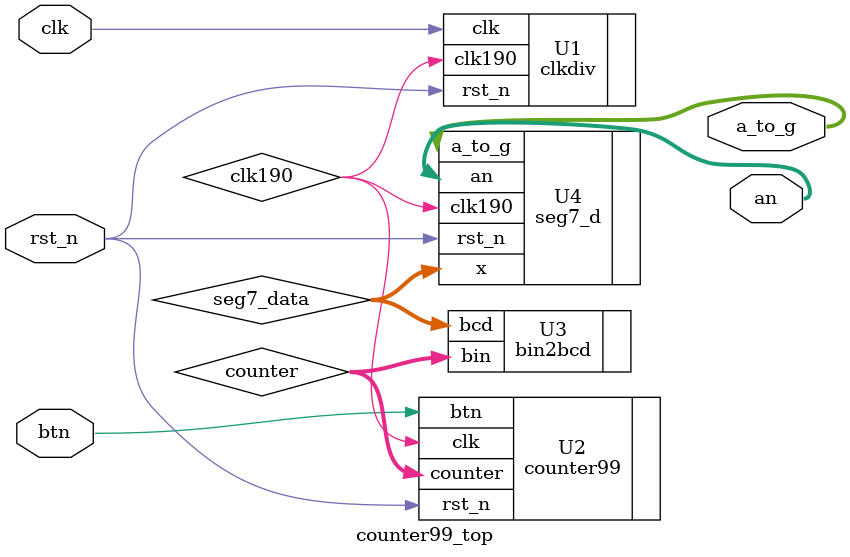
<source format=v>
`timescale 1ns / 1ps
`define WIDTH 8
module counter99_top( a_to_g, an, clk, rst_n, btn
    );
   input clk, rst_n, btn;
	output [6:0] a_to_g;
	output [3:0] an;
	
	wire clk190;
	wire [`WIDTH - 1:0] counter;
	wire [15:0] seg7_data;
	
	clkdiv U1( .clk190(clk190), .clk(clk), .rst_n(rst_n));
	counter99 U2(.counter(counter), .clk(clk190), .rst_n(rst_n), .btn(btn));
	bin2bcd U3(.bcd(seg7_data), .bin(counter));
	seg7_d U4(.a_to_g(a_to_g), .an(an), .clk190(clk190), .rst_n(rst_n), .x(seg7_data));

endmodule

</source>
